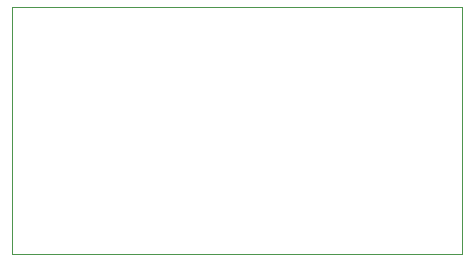
<source format=gbr>
%TF.GenerationSoftware,KiCad,Pcbnew,(6.0.1-0)*%
%TF.CreationDate,2023-07-04T10:19:12-04:00*%
%TF.ProjectId,Second Order Phase Shifter,5365636f-6e64-4204-9f72-646572205068,rev?*%
%TF.SameCoordinates,Original*%
%TF.FileFunction,Profile,NP*%
%FSLAX46Y46*%
G04 Gerber Fmt 4.6, Leading zero omitted, Abs format (unit mm)*
G04 Created by KiCad (PCBNEW (6.0.1-0)) date 2023-07-04 10:19:12*
%MOMM*%
%LPD*%
G01*
G04 APERTURE LIST*
%TA.AperFunction,Profile*%
%ADD10C,0.100000*%
%TD*%
G04 APERTURE END LIST*
D10*
X120650000Y-101600000D02*
X158750000Y-101600000D01*
X158750000Y-101600000D02*
X158750000Y-122555000D01*
X158750000Y-122555000D02*
X120650000Y-122555000D01*
X120650000Y-122555000D02*
X120650000Y-101600000D01*
M02*

</source>
